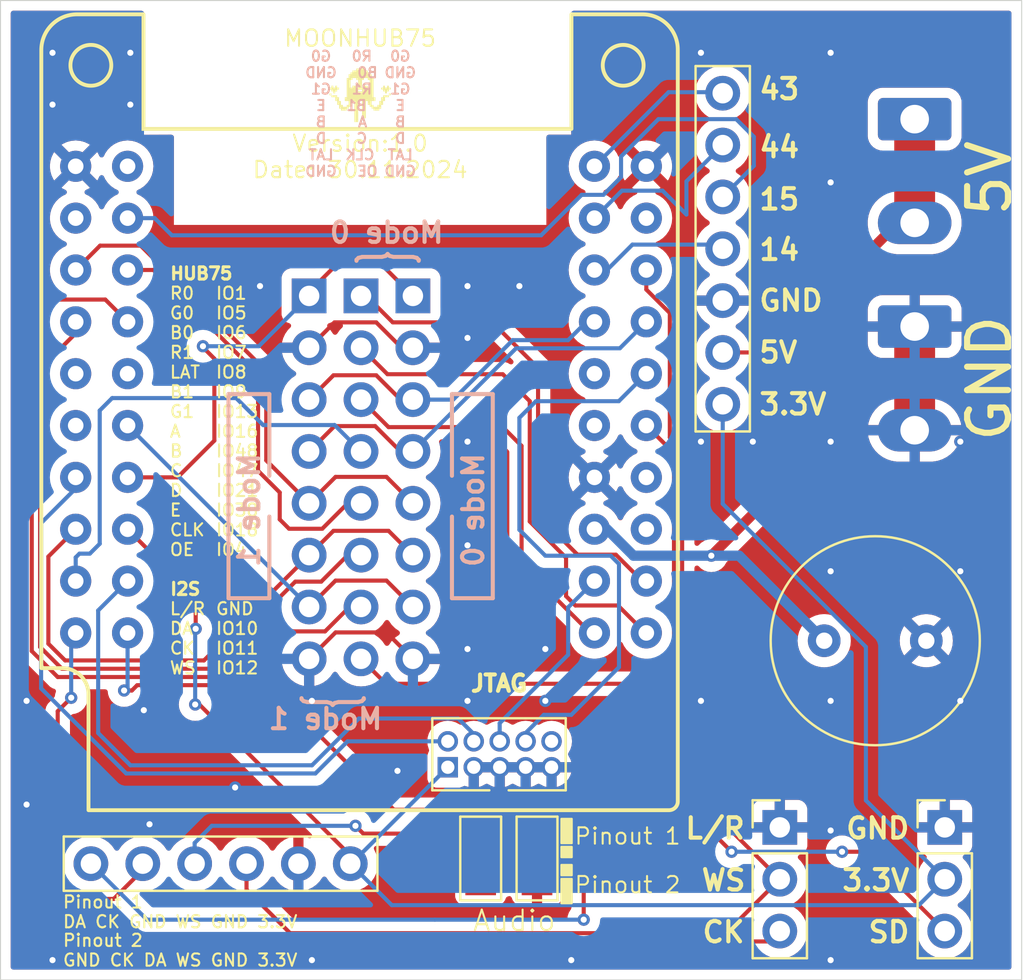
<source format=kicad_pcb>
(kicad_pcb (version 20240108) (generator "pcbnew") (generator_version "8.0")
  (layers (0 "F.Cu" signal) (31 "B.Cu" signal) (34 "B.Paste" user) (35 "F.Paste" user) (36 "B.SilkS" user "B.Silkscreen") (37 "F.SilkS" user "F.Silkscreen") (38 "B.Mask" user) (39 "F.Mask" user) (44 "Edge.Cuts" user))
  (net 0 "")
  (net 1 "B")
  (net 2 "D")
  (net 3 "LATCH")
  (net 4 "G0")
  (net 5 "G1")
  (net 6 "E")
  (net 7 "+5V")
  (net 8 "R1")
  (net 9 "+3.3V")
  (net 10 "C")
  (net 12 "A")
  (net 13 "R0")
  (net 16 "B1")
  (net 17 "DA")
  (net 19 "CLK")
  (net 22 "CK")
  (net 25 "Net-(J6-Pin_1)")
  (net 26 "WS")
  (net 28 "OE")
  (net 29 "B0")
  (net 30 "TDI")
  (net 31 "TMS")
  (net 32 "TDO")
  (net 33 "TCK")
  (net 34 "GPIO43")
  (net 35 "GPIO44")
  (net 36 "GPIO15")
  (net 37 "GPIO14")
  (net 38 "GND")
  (net 39 "Net-(J6-Pin_3)")
  (net 41 "DA_2")
  (footprint "Connector_PinHeader_2.54mm:PinHeader_1x06_P2.54mm_Vertical" (layer "F.Cu") (at 122.3772 95.1484 90)
    (property "Reference" "J6" (hide yes))
    (property "Value" "Conn_01x06_Pin" (hide yes))
    (pad "1" thru_hole oval (at 0 0 90) (size 1.7 1.7) (drill 1) (layers "*.Cu" "*.Mask") (net 25 "Net-(J6-Pin_1)"))
    (pad "2" thru_hole oval (at 0 2.54 90) (size 1.7 1.7) (drill 1) (layers "*.Cu" "*.Mask") (net 22 "CK"))
    (pad "3" thru_hole oval (at 0 5.08 90) (size 1.7 1.7) (drill 1) (layers "*.Cu" "*.Mask") (net 39 "Net-(J6-Pin_3)"))
    (pad "4" thru_hole oval (at 0 7.62 90) (size 1.7 1.7) (drill 1) (layers "*.Cu" "*.Mask") (net 26 "WS"))
    (pad "5" thru_hole oval (at 0 10.16 90) (size 1.7 1.7) (drill 1) (layers "*.Cu" "*.Mask") (net 38 "GND"))
    (pad "6" thru_hole oval (at 0 12.7 90) (size 1.7 1.7) (drill 1) (layers "*.Cu" "*.Mask") (net 9 "+3.3V"))
  )
  (footprint "userlib_foot:Lillygo T7-S3" (layer "F.Cu") (at 124.173 60.9838)
    (property "Reference" "U1" (hide yes))
    (property "Value" "~")
    (pad "1" thru_hole circle (at 0 0) (size 1.524 1.524) (drill 0.762) (layers "*.Cu" "*.Mask"))
    (pad "2" thru_hole circle (at 0 2.54) (size 1.524 1.524) (drill 0.762) (layers "*.Cu" "*.Mask") (net 36 "GPIO15"))
    (pad "3" thru_hole circle (at 0 5.08) (size 1.524 1.524) (drill 0.762) (layers "*.Cu" "*.Mask") (net 12 "A"))
    (pad "4" thru_hole circle (at 0 7.62) (size 1.524 1.524) (drill 0.762) (layers "*.Cu" "*.Mask") (net 19 "CLK"))
    (pad "5" thru_hole circle (at 0 10.16) (size 1.524 1.524) (drill 0.762) (layers "*.Cu" "*.Mask") (net 41 "DA_2"))
    (pad "6" thru_hole circle (at 0 12.7) (size 1.524 1.524) (drill 0.762) (layers "*.Cu" "*.Mask") (net 3 "LATCH"))
    (pad "7" thru_hole circle (at 0 15.24) (size 1.524 1.524) (drill 0.762) (layers "*.Cu" "*.Mask") (net 4 "G0"))
    (pad "8" thru_hole circle (at 0 17.78) (size 1.524 1.524) (drill 0.762) (layers "*.Cu" "*.Mask") (net 9 "+3.3V"))
    (pad "9" thru_hole circle (at 0 20.32) (size 1.524 1.524) (drill 0.762) (layers "*.Cu" "*.Mask") (net 33 "TCK"))
    (pad "10" thru_hole circle (at 0 22.86) (size 1.524 1.524) (drill 0.762) (layers "*.Cu" "*.Mask") (net 17 "DA"))
    (pad "11" thru_hole circle (at -2.54 0) (size 1.524 1.524) (drill 0.762) (layers "*.Cu" "*.Mask") (net 38 "GND"))
    (pad "12" thru_hole circle (at -2.54 2.54) (size 1.524 1.524) (drill 0.762) (layers "*.Cu" "*.Mask"))
    (pad "13" thru_hole circle (at -2.54 5.08) (size 1.524 1.524) (drill 0.762) (layers "*.Cu" "*.Mask") (net 1 "B"))
    (pad "14" thru_hole circle (at -2.54 7.62) (size 1.524 1.524) (drill 0.762) (layers "*.Cu" "*.Mask") (net 10 "C"))
    (pad "15" thru_hole circle (at -2.54 10.16) (size 1.524 1.524) (drill 0.762) (layers "*.Cu" "*.Mask"))
    (pad "16" thru_hole circle (at -2.54 12.7) (size 1.524 1.524) (drill 0.762) (layers "*.Cu" "*.Mask"))
    (pad "17" thru_hole circle (at -2.54 15.24) (size 1.524 1.524) (drill 0.762) (layers "*.Cu" "*.Mask") (net 31 "TMS"))
    (pad "18" thru_hole circle (at -2.54 17.78) (size 1.524 1.524) (drill 0.762) (layers "*.Cu" "*.Mask") (net 2 "D"))
    (pad "19" thru_hole circle (at -2.54 20.32) (size 1.524 1.524) (drill 0.762) (layers "*.Cu" "*.Mask") (net 16 "B1"))
    (pad "20" thru_hole circle (at -2.54 22.86) (size 1.524 1.524) (drill 0.762) (layers "*.Cu" "*.Mask") (net 22 "CK"))
    (pad "21" thru_hole circle (at 22.86 0) (size 1.524 1.524) (drill 0.762) (layers "*.Cu" "*.Mask") (net 34 "GPIO43"))
    (pad "22" thru_hole circle (at 22.86 2.54) (size 1.524 1.524) (drill 0.762) (layers "*.Cu" "*.Mask") (net 35 "GPIO44"))
    (pad "23" thru_hole circle (at 22.86 5.08) (size 1.524 1.524) (drill 0.762) (layers "*.Cu" "*.Mask") (net 37 "GPIO14"))
    (pad "24" thru_hole circle (at 22.86 7.62) (size 1.524 1.524) (drill 0.762) (layers "*.Cu" "*.Mask") (net 5 "G1"))
    (pad "25" thru_hole circle (at 22.86 10.16) (size 1.524 1.524) (drill 0.762) (layers "*.Cu" "*.Mask"))
    (pad "26" thru_hole circle (at 22.86 12.7) (size 1.524 1.524) (drill 0.762) (layers "*.Cu" "*.Mask"))
    (pad "27" thru_hole circle (at 22.86 15.24) (size 1.524 1.524) (drill 0.762) (layers "*.Cu" "*.Mask") (net 38 "GND"))
    (pad "28" thru_hole circle (at 22.86 17.78) (size 1.524 1.524) (drill 0.762) (layers "*.Cu" "*.Mask") (net 7 "+5V"))
    (pad "29" thru_hole circle (at 22.86 20.32) (size 1.524 1.524) (drill 0.762) (layers "*.Cu" "*.Mask") (net 32 "TDO"))
    (pad "30" thru_hole circle (at 22.86 22.86) (size 1.524 1.524) (drill 0.762) (layers "*.Cu" "*.Mask") (net 8 "R1"))
    (pad "31" thru_hole circle (at 25.4 0) (size 1.524 1.524) (drill 0.762) (layers "*.Cu" "*.Mask") (net 38 "GND"))
    (pad "32" thru_hole circle (at 25.4 2.54) (size 1.524 1.524) (drill 0.762) (layers "*.Cu" "*.Mask"))
    (pad "33" thru_hole circle (at 25.4 5.08) (size 1.524 1.524) (drill 0.762) (layers "*.Cu" "*.Mask") (net 26 "WS"))
    (pad "34" thru_hole circle (at 25.4 7.62) (size 1.524 1.524) (drill 0.762) (layers "*.Cu" "*.Mask") (net 6 "E"))
    (pad "35" thru_hole circle (at 25.4 10.16) (size 1.524 1.524) (drill 0.762) (layers "*.Cu" "*.Mask") (net 30 "TDI"))
    (pad "36" thru_hole circle (at 25.4 12.7) (size 1.524 1.524) (drill 0.762) (layers "*.Cu" "*.Mask") (net 28 "OE"))
    (pad "37" thru_hole circle (at 25.4 15.24) (size 1.524 1.524) (drill 0.762) (layers "*.Cu" "*.Mask"))
    (pad "38" thru_hole circle (at 25.4 17.78) (size 1.524 1.524) (drill 0.762) (layers "*.Cu" "*.Mask"))
    (pad "39" thru_hole circle (at 25.4 20.32) (size 1.524 1.524) (drill 0.762) (layers "*.Cu" "*.Mask") (net 13 "R0"))
    (pad "40" thru_hole circle (at 25.4 22.86) (size 1.524 1.524) (drill 0.762) (layers "*.Cu" "*.Mask") (net 29 "B0"))
  )
  (footprint "Connector_PinHeader_2.54mm:PinHeader_1x07_P2.54mm_Vertical" (layer "F.Cu") (at 153.3144 72.644 180)
    (property "Reference" "J10" (hide yes))
    (property "Value" "Conn_01x07_Pin" (hide yes))
    (pad "1" thru_hole oval (at 0 0 180) (size 1.7 1.7) (drill 1) (layers "*.Cu" "*.Mask") (net 9 "+3.3V"))
    (pad "2" thru_hole oval (at 0 2.54 180) (size 1.7 1.7) (drill 1) (layers "*.Cu" "*.Mask") (net 7 "+5V"))
    (pad "3" thru_hole oval (at 0 5.08 180) (size 1.7 1.7) (drill 1) (layers "*.Cu" "*.Mask") (net 38 "GND"))
    (pad "4" thru_hole oval (at 0 7.62 180) (size 1.7 1.7) (drill 1) (layers "*.Cu" "*.Mask") (net 37 "GPIO14"))
    (pad "5" thru_hole oval (at 0 10.16 180) (size 1.7 1.7) (drill 1) (layers "*.Cu" "*.Mask") (net 36 "GPIO15"))
    (pad "6" thru_hole oval (at 0 12.7 180) (size 1.7 1.7) (drill 1) (layers "*.Cu" "*.Mask") (net 35 "GPIO44"))
    (pad "7" thru_hole oval (at 0 15.24 180) (size 1.7 1.7) (drill 1) (layers "*.Cu" "*.Mask") (net 34 "GPIO43"))
  )
  (footprint "Connector_PinHeader_2.54mm:PinHeader_1x08_P2.54mm_Vertical" (layer "F.Cu") (at 133.063 67.3338)
    (property "Reference" "J1" (hide yes))
    (property "Value" "Conn_01x08_Pin" (hide yes))
    (pad "1" thru_hole rect (at 0 0) (size 1.7 1.7) (drill 1) (layers "*.Cu" "*.Mask") (net 4 "G0"))
    (pad "2" thru_hole oval (at 0 2.54) (size 1.7 1.7) (drill 1) (layers "*.Cu" "*.Mask") (net 38 "GND"))
    (pad "3" thru_hole oval (at 0 5.08) (size 1.7 1.7) (drill 1) (layers "*.Cu" "*.Mask") (net 5 "G1"))
    (pad "4" thru_hole oval (at 0 7.62) (size 1.7 1.7) (drill 1) (layers "*.Cu" "*.Mask") (net 6 "E"))
    (pad "5" thru_hole oval (at 0 10.16) (size 1.7 1.7) (drill 1) (layers "*.Cu" "*.Mask") (net 1 "B"))
    (pad "6" thru_hole oval (at 0 12.7) (size 1.7 1.7) (drill 1) (layers "*.Cu" "*.Mask") (net 2 "D"))
    (pad "7" thru_hole oval (at 0 15.24) (size 1.7 1.7) (drill 1) (layers "*.Cu" "*.Mask") (net 3 "LATCH"))
    (pad "8" thru_hole oval (at 0 17.78) (size 1.7 1.7) (drill 1) (layers "*.Cu" "*.Mask") (net 38 "GND"))
  )
  (footprint "Connector_PinHeader_1.27mm:PinHeader_2x05_P1.27mm_Vertical" (layer "F.Cu") (at 139.8524 90.424 90)
    (property "Reference" "J11" (hide yes))
    (property "Value" "Conn_02x05_Odd_Even" (hide yes))
    (pad "1" thru_hole rect (at 0 0 90) (size 1 1) (drill 0.65) (layers "*.Cu" "*.Mask") (net 9 "+3.3V"))
    (pad "2" thru_hole oval (at 1.27 0 90) (size 1 1) (drill 0.65) (layers "*.Cu" "*.Mask") (net 31 "TMS"))
    (pad "3" thru_hole oval (at 0 1.27 90) (size 1 1) (drill 0.65) (layers "*.Cu" "*.Mask") (net 38 "GND"))
    (pad "4" thru_hole oval (at 1.27 1.27 90) (size 1 1) (drill 0.65) (layers "*.Cu" "*.Mask") (net 33 "TCK"))
    (pad "5" thru_hole oval (at 0 2.54 90) (size 1 1) (drill 0.65) (layers "*.Cu" "*.Mask") (net 38 "GND"))
    (pad "6" thru_hole oval (at 1.27 2.54 90) (size 1 1) (drill 0.65) (layers "*.Cu" "*.Mask") (net 32 "TDO"))
    (pad "7" thru_hole oval (at 0 3.81 90) (size 1 1) (drill 0.65) (layers "*.Cu" "*.Mask") (net 38 "GND"))
    (pad "8" thru_hole oval (at 1.27 3.81 90) (size 1 1) (drill 0.65) (layers "*.Cu" "*.Mask") (net 30 "TDI"))
    (pad "9" thru_hole oval (at 0 5.08 90) (size 1 1) (drill 0.65) (layers "*.Cu" "*.Mask") (net 38 "GND"))
    (pad "10" thru_hole oval (at 1.27 5.08 90) (size 1 1) (drill 0.65) (layers "*.Cu" "*.Mask"))
  )
  (footprint "Jumper:SolderJumper-3_P1.3mm_Open_Pad1.0x1.5mm" (layer "F.Cu") (at 141.4625 94.8944 90)
    (property "Reference" "JP2" (hide yes))
    (property "Value" "SolderJumper_3_Open" (hide yes))
    (pad "1" smd rect (at -1.3 0 90) (size 1 1.5) (layers "F.Cu" "F.Mask") (net 17 "DA"))
    (pad "2" smd rect (at 0 0 90) (size 1 1.5) (layers "F.Cu" "F.Mask") (net 39 "Net-(J6-Pin_3)"))
    (pad "3" smd rect (at 1.3 0 90) (size 1 1.5) (layers "F.Cu" "F.Mask") (net 38 "GND"))
  )
  (footprint "Connector_PinHeader_2.54mm:PinHeader_1x03_P2.54mm_Vertical" (layer "F.Cu") (at 164.1856 93.3704)
    (property "Reference" "J8" (hide yes))
    (property "Value" "Conn_01x03_Pin" (hide yes))
    (pad "1" thru_hole rect (at 0 0) (size 1.7 1.7) (drill 1) (layers "*.Cu" "*.Mask") (net 38 "GND"))
    (pad "2" thru_hole oval (at 0 2.54) (size 1.7 1.7) (drill 1) (layers "*.Cu" "*.Mask") (net 9 "+3.3V"))
    (pad "3" thru_hole oval (at 0 5.08) (size 1.7 1.7) (drill 1) (layers "*.Cu" "*.Mask") (net 17 "DA"))
  )
  (footprint "Jumper:SolderJumper-3_P1.3mm_Open_Pad1.0x1.5mm" (layer "F.Cu") (at 144.2212 94.8944 90)
    (property "Reference" "JP1" (hide yes))
    (property "Value" "SolderJumper_3_Open" (hide yes))
    (pad "1" smd rect (at -1.3 0 90) (size 1 1.5) (layers "F.Cu" "F.Mask") (net 38 "GND"))
    (pad "2" smd rect (at 0 0 90) (size 1 1.5) (layers "F.Cu" "F.Mask") (net 25 "Net-(J6-Pin_1)"))
    (pad "3" smd rect (at 1.3 0 90) (size 1 1.5) (layers "F.Cu" "F.Mask") (net 17 "DA"))
  )
  (footprint "Connector_PinHeader_2.54mm:PinHeader_1x08_P2.54mm_Vertical" (layer "F.Cu") (at 135.603 67.3338)
    (property "Reference" "J2" (hide yes))
    (property "Value" "Conn_01x08_Pin" (hide yes))
    (pad "1" thru_hole rect (at 0 0) (size 1.7 1.7) (drill 1) (layers "*.Cu" "*.Mask") (net 13 "R0"))
    (pad "2" thru_hole oval (at 0 2.54) (size 1.7 1.7) (drill 1) (layers "*.Cu" "*.Mask") (net 29 "B0"))
    (pad "3" thru_hole oval (at 0 5.08) (size 1.7 1.7) (drill 1) (layers "*.Cu" "*.Mask") (net 8 "R1"))
    (pad "4" thru_hole oval (at 0 7.62) (size 1.7 1.7) (drill 1) (layers "*.Cu" "*.Mask") (net 16 "B1"))
    (pad "5" thru_hole oval (at 0 10.16) (size 1.7 1.7) (drill 1) (layers "*.Cu" "*.Mask") (net 12 "A"))
    (pad "6" thru_hole oval (at 0 12.7) (size 1.7 1.7) (drill 1) (layers "*.Cu" "*.Mask") (net 10 "C"))
    (pad "7" thru_hole oval (at 0 15.24) (size 1.7 1.7) (drill 1) (layers "*.Cu" "*.Mask") (net 19 "CLK"))
    (pad "8" thru_hole oval (at 0 17.78) (size 1.7 1.7) (drill 1) (layers "*.Cu" "*.Mask") (net 28 "OE"))
  )
  (footprint "Connector_Phoenix_MSTB:PhoenixContact_MSTBVA_2,5_2-G-5,08_1x02_P5.08mm_Vertical" (layer "F.Cu") (at 162.7124 68.834 -90)
    (property "Reference" "J5" (hide yes))
    (property "Value" "Conn_01x02" (hide yes))
    (fp_text user "GND" (at 2.54 -3.6576 90) (layer "F.SilkS") (effects (font (size 2 2) (thickness 0.3))))
    (pad "1" thru_hole roundrect (at 0 0 270) (size 2.08 3.6) (drill 1.4) (layers "*.Cu" "*.Mask") (roundrect_rratio 0.120192) (net 38 "GND"))
    (pad "2" thru_hole oval (at 5.08 0 270) (size 2.08 3.6) (drill 1.4) (layers "*.Cu" "*.Mask") (net 38 "GND"))
  )
  (footprint "LOGO" (layer "F.Cu") (at 135.5598 57.5056)
    (property "Reference" "G***" (hide yes))
    (property "Value" "LOGO" (hide yes))
  )
  (footprint "Connector_Phoenix_MSTB:PhoenixContact_MSTBVA_2,5_2-G-5,08_1x02_P5.08mm_Vertical" (layer "F.Cu") (at 162.7124 58.674 -90)
    (property "Reference" "J4" (hide yes))
    (property "Value" "Conn_01x02" (hide yes))
    (fp_text user "5V" (at 2.8956 -3.6576 90) (layer "F.SilkS") (effects (font (size 2 2) (thickness 0.3))))
    (pad "1" thru_hole roundrect (at 0 0 270) (size 2.08 3.6) (drill 1.4) (layers "*.Cu" "*.Mask") (roundrect_rratio 0.120192) (net 7 "+5V"))
    (pad "2" thru_hole oval (at 5.08 0 270) (size 2.08 3.6) (drill 1.4) (layers "*.Cu" "*.Mask") (net 7 "+5V"))
  )
  (footprint "Connector_PinHeader_2.54mm:PinHeader_1x08_P2.54mm_Vertical" (layer "F.Cu") (at 138.143 67.3338)
    (property "Reference" "J3" (hide yes))
    (property "Value" "Conn_01x08_Pin" (hide yes))
    (pad "1" thru_hole rect (at 0 0) (size 1.7 1.7) (drill 1) (layers "*.Cu" "*.Mask") (net 4 "G0"))
    (pad "2" thru_hole oval (at 0 2.54) (size 1.7 1.7) (drill 1) (layers "*.Cu" "*.Mask") (net 38 "GND"))
    (pad "3" thru_hole oval (at 0 5.08) (size 1.7 1.7) (drill 1) (layers "*.Cu" "*.Mask") (net 5 "G1"))
    (pad "4" thru_hole oval (at 0 7.62) (size 1.7 1.7) (drill 1) (layers "*.Cu" "*.Mask") (net 6 "E"))
    (pad "5" thru_hole oval (at 0 10.16) (size 1.7 1.7) (drill 1) (layers "*.Cu" "*.Mask") (net 1 "B"))
    (pad "6" thru_hole oval (at 0 12.7) (size 1.7 1.7) (drill 1) (layers "*.Cu" "*.Mask") (net 2 "D"))
    (pad "7" thru_hole oval (at 0 15.24) (size 1.7 1.7) (drill 1) (layers "*.Cu" "*.Mask") (net 3 "LATCH"))
    (pad "8" thru_hole oval (at 0 17.78) (size 1.7 1.7) (drill 1) (layers "*.Cu" "*.Mask") (net 38 "GND"))
  )
  (footprint "Capacitor_THT:C_Radial_D10.0mm_H12.5mm_P5.00mm" (layer "F.Cu") (at 158.282 84.2264)
    (property "Reference" "C1" (hide yes))
    (property "Value" "C" (hide yes))
    (pad "1" thru_hole circle (at 0 0) (size 1.6 1.6) (drill 0.8) (layers "*.Cu" "*.Mask") (net 7 "+5V"))
    (pad "2" thru_hole circle (at 5 0) (size 1.6 1.6) (drill 0.8) (layers "*.Cu" "*.Mask") (net 38 "GND"))
  )
  (footprint "Connector_PinHeader_2.54mm:PinHeader_1x03_P2.54mm_Vertical" (layer "F.Cu") (at 156.1084 93.3704)
    (property "Reference" "J7" (hide yes))
    (property "Value" "Conn_01x03_Pin" (hide yes))
    (pad "1" thru_hole rect (at 0 0) (size 1.7 1.7) (drill 1) (layers "*.Cu" "*.Mask") (net 38 "GND"))
    (pad "2" thru_hole oval (at 0 2.54) (size 1.7 1.7) (drill 1) (layers "*.Cu" "*.Mask") (net 26 "WS"))
    (pad "3" thru_hole oval (at 0 5.08) (size 1.7 1.7) (drill 1) (layers "*.Cu" "*.Mask") (net 22 "CK"))
  )
  (gr_line (start 140.0556 72.1436) (end 142.0556 72.1436) (stroke (width 0.2)) (layer "B.SilkS"))
  (gr_line (start 131.1148 82.1436) (end 131.1148 78.1436) (stroke (width 0.2)) (layer "B.SilkS"))
  (gr_line (start 140.0556 82.1436) (end 140.0556 78.1436) (stroke (width 0.2)) (layer "B.SilkS"))
  (gr_line (start 129.1148 72.1436) (end 129.1148 82.1436) (stroke (width 0.2)) (layer "B.SilkS"))
  (gr_line (start 142.0556 72.1436) (end 142.0556 82.1436) (stroke (width 0.2)) (layer "B.SilkS"))
  (gr_line (start 131.1148 72.1436) (end 129.1148 72.1436) (stroke (width 0.2)) (layer "B.SilkS"))
  (gr_line (start 140.0556 76.1436) (end 140.0556 72.1436) (stroke (width 0.2)) (layer "B.SilkS"))
  (gr_line (start 142.0556 82.1436) (end 140.0556 82.1436) (stroke (width 0.2)) (layer "B.SilkS"))
  (gr_line (start 131.1148 76.1436) (end 131.1148 72.1436) (stroke (width 0.2)) (layer "B.SilkS"))
  (gr_line (start 129.1148 82.1436) (end 131.1148 82.1436) (stroke (width 0.2)) (layer "B.SilkS"))
  (gr_rect (start 145.415 92.9513) (end 145.923 94.1451) (stroke (width 0.1)) (fill solid) (layer "F.SilkS"))
  (gr_rect (start 145.415 95.8944) (end 145.923 97.0882) (stroke (width 0.1)) (fill solid) (layer "F.SilkS"))
  (gr_rect (start 145.415 94.3229) (end 145.923 94.8309) (stroke (width 0.1)) (fill solid) (layer "F.SilkS"))
  (gr_rect (start 145.415 95.2086) (end 145.923 95.7166) (stroke (width 0.1)) (fill solid) (layer "F.SilkS"))
  (gr_rect (start 117.9512 52.8624) (end 167.9512 100.838) (stroke (width 0.05)) (fill none) (layer "Edge.Cuts"))
  (gr_text "Mode 0" (at 141.6812 74.93 90) (layer "B.SilkS") (effects (font (size 1 1) (thickness 0.2) (bold yes)) (justify left bottom mirror)))
  (gr_text "}" (at 133.1976 86.7664 270) (layer "B.SilkS") (effects (font (size 2 1) (thickness 0.2) (bold yes)) (justify left bottom)))
  (gr_text "Mode 1" (at 136.7536 88.646 0) (layer "B.SilkS") (effects (font (size 1 1) (thickness 0.2) (bold yes)) (justify left bottom mirror)))
  (gr_text "Mode 0\n" (at 139.7508 64.8208 0) (layer "B.SilkS") (effects (font (size 1 1) (thickness 0.2) (bold yes)) (justify left bottom mirror)))
  (gr_text "Mode 1" (at 130.7084 74.93 90) (layer "B.SilkS") (effects (font (size 1 1) (thickness 0.2) (bold yes)) (justify left bottom mirror)))
  (gr_text "}" (at 137.922 65.8876 90) (layer "B.SilkS") (effects (font (size 2 1) (thickness 0.2) (bold yes)) (justify left bottom)))
  (gr_text "G0	R0	G0\nGND	B0	GND\nG1	R1	G1\nE	B1	E\nB	A	B\nD	C	D\nLAT	CLK	LAT\nGND	OE	GND" (at 135.5852 61.5188 0) (layer "B.SilkS") (effects (font (size 0.5 0.5) (thickness 0.1)) (justify bottom mirror)))
  (gr_text "Pinout 2\nGND CK DA WS GND 3.3V" (at 120.9548 99.3902 0) (layer "F.SilkS") (effects (font (size 0.6 0.6) (thickness 0.1)) (justify left)))
  (gr_text "15" (at 155 62.602905 0) (layer "F.SilkS") (effects (font (size 1 1) (thickness 0.2) (bold yes)) (justify left)))
  (gr_text "3.3V" (at 155 72.644 0) (layer "F.SilkS") (effects (font (size 1 1) (thickness 0.2) (bold yes)) (justify left)))
  (gr_text "JTAG" (at 142.367 85.852 0) (layer "F.SilkS") (effects (font (size 0.8 0.8) (thickness 0.2) (bold yes)) (justify top)))
  (gr_text "Audio\n" (at 141.0208 98.5266 0) (layer "F.SilkS") (effects (font (size 1 1) (thickness 0.1)) (justify left bottom)))
  (gr_text "WS" (at 154.5336 95.9612 0) (layer "F.SilkS") (effects (font (size 1 1) (thickness 0.2) (bold yes)) (justify right)))
  (gr_text "SD" (at 162.56 98.5012 0) (layer "F.SilkS") (effects (font (size 1 1) (thickness 0.2) (bold yes)) (justify right)))
  (gr_text "14" (at 155 65.0748 0) (layer "F.SilkS") (effects (font (size 1 1) (thickness 0.2) (bold yes)) (justify left)))
  (gr_text "Pinout 2" (at 145.9992 96.1865 0) (layer "F.SilkS") (effects (font (size 0.8 0.8) (thickness 0.1)) (justify left)))
  (gr_text "Pinout 1" (at 145.9992 93.8022 0) (layer "F.SilkS") (effects (font (size 0.8 0.8) (thickness 0.1)) (justify left)))
  (gr_text "5V" (at 155 70.104 0) (layer "F.SilkS") (effects (font (size 1 1) (thickness 0.2) (bold yes)) (justify left)))
  (gr_text "3.3V" (at 162.56 95.9612 0) (layer "F.SilkS") (effects (font (size 1 1) (thickness 0.2) (bold yes)) (justify right)))
  (gr_text "HUB75\n\n\n\n\n\n\n\n\n\n\n\n\n\n\n\nI2S\n\n\n\n" (at 126.1872 65.8876 0) (layer "F.SilkS") (effects (font (size 0.6 0.6) (thickness 0.15) (bold yes)) (justify left top)))
  (gr_text "43" (at 155 57.2008 0) (layer "F.SilkS") (effects (font (size 1 1) (thickness 0.2) (bold yes)) (justify left)))
  (gr_text "\nR0	IO1\nG0	IO5\nB0	IO6\nR1	IO7\nLAT	IO8\nB1	IO9\nG1	IO13\nA	IO16\nB	IO48\nC	IO47\nD	IO21\nE	IO38\nCLK	IO18\nOE	IO4\n\n\nL/R	GND\nDA	IO10\nCK	IO11\nWS	IO12" (at 126.1872 65.8876 0) (layer "F.SilkS") (effects (font (size 0.6 0.6) (thickness 0.1)) (justify left top)))
  (gr_text "CK" (at 154.4828 98.5012 0) (layer "F.SilkS") (effects (font (size 1 1) (thickness 0.2) (bold yes)) (justify right)))
  (gr_text "L/R" (at 154.5 93.4212 0) (layer "F.SilkS") (effects (font (size 1 1) (thickness 0.2) (bold yes)) (justify right)))
  (gr_text "44" (at 155 60.0456 0) (layer "F.SilkS") (effects (font (size 1 1) (thickness 0.2) (bold yes)) (justify left)))
  (gr_text "Pinout 1\nDA CK GND WS GND 3.3V" (at 120.9548 97.5106 0) (layer "F.SilkS") (effects (font (size 0.6 0.6) (thickness 0.1)) (justify left)))
  (gr_text "GND" (at 162.56 93.4212 0) (layer "F.SilkS") (effects (font (size 1 1) (thickness 0.2) (bold yes)) (justify right)))
  (gr_text "GND" (at 155 67.564 0) (layer "F.SilkS") (effects (font (size 1 1) (thickness 0.2) (bold yes)) (justify left)))
  (gr_text_box "MOONHUB75\n\n\n\nVersion:1.0\nDate: 30.11.2024" (start 126.492 53.6448) (end 144.6276 63.8048) (layer "F.SilkS") (effects (font (size 0.8 0.8) (thickness 0.1)) (justify top)) (border no))
  (segment (start 134.3568 76.2) (end 136.8492 76.2) (width 0.2) (layer "F.Cu") (net 1))
  (segment (start 136.8492 76.2) (end 138.143 77.4938) (width 0.2) (layer "F.Cu") (net 1))
  (segment (start 130.9624 75.3932) (end 133.063 77.4938) (width 0.2) (layer "F.Cu") (net 1))
  (segment (start 121.633 66.0638) (end 122.8252 64.8716) (width 0.2) (layer "F.Cu") (net 1))
  (segment (start 133.063 77.4938) (end 134.3568 76.2) (width 0.2) (layer "F.Cu") (net 1))
  (segment (start 124.8156 64.8716) (end 130.9624 71.0184) (width 0.2) (layer "F.Cu") (net 1))
  (segment (start 122.8252 64.8716) (end 124.8156 64.8716) (width 0.2) (layer "F.Cu") (net 1))
  (segment (start 130.9624 71.0184) (end 130.9624 75.3932) (width 0.2) (layer "F.Cu") (net 1))
  (segment (start 128.2192 84.8868) (end 128.2192 84.8776) (width 0.2) (layer "F.Cu") (net 2))
  (segment (start 136.9508 78.8416) (end 138.143 80.0338) (width 0.2) (layer "F.Cu") (net 2))
  (segment (start 121.114086 85.1916) (end 127.9144 85.1916) (width 0.2) (layer "F.Cu") (net 2))
  (segment (start 120.2944 84.371914) (end 121.114086 85.1916) (width 0.2) (layer "F.Cu") (net 2))
  (segment (start 121.633 78.7638) (end 120.2944 80.1024) (width 0.2) (layer "F.Cu") (net 2))
  (segment (start 133.063 80.0338) (end 134.2552 78.8416) (width 0.2) (layer "F.Cu") (net 2))
  (segment (start 134.2552 78.8416) (end 136.9508 78.8416) (width 0.2) (layer "F.Cu") (net 2))
  (segment (start 127.9144 85.1916) (end 128.2192 84.8868) (width 0.2) (layer "F.Cu") (net 2))
  (segment (start 120.2944 80.1024) (end 120.2944 84.371914) (width 0.2) (layer "F.Cu") (net 2))
  (segment (start 128.2192 84.8776) (end 133.063 80.0338) (width 0.2) (layer "F.Cu") (net 2))
  (segment (start 134.3568 81.28) (end 136.8492 81.28) (width 0.2) (layer "F.Cu") (net 3))
  (segment (start 133.063 82.5738) (end 134.3568 81.28) (width 0.2) (layer "F.Cu") (net 3))
  (segment (start 136.8492 81.28) (end 138.143 82.5738) (width 0.2) (layer "F.Cu") (net 3))
  (segment (start 124.173 73.6838) (end 133.063 82.5738) (width 0.2) (layer "B.Cu") (net 3))
  (segment (start 133.063 67.3338) (end 133.063 67.1398) (width 0.2) (layer "F.Cu") (net 4))
  (segment (start 128.4224 70.4088) (end 127.8128 69.7992) (width 0.2) (layer "F.Cu") (net 4))
  (segment (start 136.646 65.8368) (end 138.143 67.3338) (width 0.2) (layer "F.Cu") (net 4))
  (segment (start 133.063 67.1398) (end 134.366 65.8368) (width 0.2) (layer "F.Cu") (net 4))
  (segment (start 128.4224 74.422) (end 128.4224 70.4088) (width 0.2) (layer "F.Cu") (net 4))
  (segment (start 124.173 76.2238) (end 126.6206 76.2238) (width 0.2) (layer "F.Cu") (net 4))
  (segment (start 126.6206 76.2238) (end 128.4224 74.422) (width 0.2) (layer "F.Cu") (net 4))
  (segment (start 134.366 65.8368) (end 136.646 65.8368) (width 0.2) (layer "F.Cu") (net 4))
  (via (at 127.8636 69.7992) (size 0.6) (drill 0.3) (layers "F.Cu" "B.Cu") (net 4))
  (segment (start 127.8636 69.7992) (end 130.5976 69.7992) (width 0.2) (layer "B.Cu") (net 4))
  (segment (start 130.5976 69.7992) (end 133.063 67.3338) (width 0.2) (layer "B.Cu") (net 4))
  (segment (start 124.173 76.2238) (end 123.725 76.2238) (width 0.2) (layer "B.Cu") (net 4))
  (segment (start 127.8128 69.7992) (end 127.8636 69.7992) (width 0.2) (layer "B.Cu") (net 4))
  (segment (start 137.5394 72.4138) (end 136.3472 71.2216) (width 0.2) (layer "F.Cu") (net 5))
  (segment (start 134.2552 71.2216) (end 133.063 72.4138) (width 0.2) (layer "F.Cu") (net 5))
  (segment (start 136.3472 71.2216) (end 134.2552 71.2216) (width 0.2) (layer "F.Cu") (net 5))
  (segment (start 138.143 72.4138) (end 137.5394 72.4138) (width 0.2) (layer "F.Cu") (net 5))
  (segment (start 146.6422 68.6038) (end 145.7452 69.5008) (width 0.2) (layer "B.Cu") (net 5))
  (segment (start 147.033 68.6038) (end 147.7026 68.6038) (width 0.2) (layer "B.Cu") (net 5))
  (segment (start 147.033 68.6038) (end 146.6422 68.6038) (width 0.2) (layer "B.Cu") (net 5))
  (segment (start 140.117314 72.4138) (end 138.143 72.4138) (width 0.2) (layer "B.Cu") (net 5))
  (segment (start 145.7452 69.5008) (end 143.030314 69.5008) (width 0.2) (layer "B.Cu") (net 5))
  (segment (start 143.030314 69.5008) (end 140.117314 72.4138) (width 0.2) (layer "B.Cu") (net 5))
  (segment (start 134.306 73.7108) (end 136.2964 73.7108) (width 0.2) (layer "F.Cu") (net 6))
  (segment (start 133.063 74.9538) (end 134.306 73.7108) (width 0.2) (layer "F.Cu") (net 6))
  (segment (start 136.2964 73.7108) (end 137.5394 74.9538) (width 0.2) (layer "F.Cu") (net 6))
  (segment (start 137.5394 74.9538) (end 138.143 74.9538) (width 0.2) (layer "F.Cu") (net 6))
  (segment (start 143.196 69.9008) (end 138.143 74.9538) (width 0.2) (layer "B.Cu") (net 6))
  (segment (start 149.573 68.6038) (end 148.276 69.9008) (width 0.2) (layer "B.Cu") (net 6))
  (segment (start 148.276 69.9008) (end 143.196 69.9008) (width 0.2) (layer "B.Cu") (net 6))
  (segment (start 155.5496 70.104) (end 155.6004 70.0532) (width 0.2) (layer "F.Cu") (net 7))
  (segment (start 162.7124 58.674) (end 162.7124 63.754) (width 2) (layer "F.Cu") (net 7))
  (segment (start 162.7124 63.754) (end 161.8996 63.754) (width 0.5) (layer "F.Cu") (net 7))
  (segment (start 161.8996 63.754) (end 155.6004 70.0532) (width 0.5) (layer "F.Cu") (net 7))
  (segment (start 153.3144 70.104) (end 155.5496 70.104) (width 0.2) (layer "F.Cu") (net 7))
  (segment (start 155.6004 70.0532) (end 155.6004 77.216) (width 0.5) (layer "F.Cu") (net 7))
  (segment (start 155.6004 77.216) (end 152.7556 80.0608) (width 0.5) (layer "F.Cu") (net 7))
  (via (at 152.7556 80.0608) (size 0.6) (drill 0.3) (layers "F.Cu" "B.Cu") (net 7))
  (segment (start 154.1164 80.0608) (end 158.282 84.2264) (width 0.5) (layer "B.Cu") (net 7))
  (segment (start 152.7556 80.0608) (end 148.9456 80.0608) (width 0.5) (layer "B.Cu") (net 7))
  (segment (start 152.7556 80.0608) (end 154.1164 80.0608) (width 0.5) (layer "B.Cu") (net 7))
  (segment (start 148.9456 80.0608) (end 147.6486 78.7638) (width 0.5) (layer "B.Cu") (net 7))
  (segment (start 147.6486 78.7638) (end 147.033 78.7638) (width 0.2) (layer "B.Cu") (net 7))
  (segment (start 143.4656 80.4736) (end 143.4656 74.6824) (width 0.2) (layer "F.Cu") (net 8))
  (segment (start 147.033 83.8438) (end 146.8358 83.8438) (width 0.2) (layer "F.Cu") (net 8))
  (segment (start 136.9508 73.7616) (end 135.603 72.4138) (width 0.2) (layer "F.Cu") (net 8))
  (segment (start 142.5448 73.7616) (end 136.9508 73.7616) (width 0.2) (layer "F.Cu") (net 8))
  (segment (start 146.8358 83.8438) (end 143.4656 80.4736) (width 0.2) (layer "F.Cu") (net 8))
  (segment (start 143.4656 74.6824) (end 142.5448 73.7616) (width 0.2) (layer "F.Cu") (net 8))
  (segment (start 127.508 83.6422) (end 127.508 82.0988) (width 0.2) (layer "F.Cu") (net 9))
  (segment (start 127.508 82.0988) (end 124.173 78.7638) (width 0.2) (layer "F.Cu") (net 9))
  (segment (start 135.0772 94.742) (end 135.0772 95.1484) (width 0.2) (layer "F.Cu") (net 9))
  (segment (start 127.4826 87.3506) (end 127.6858 87.3506) (width 0.2) (layer "F.Cu") (net 9))
  (segment (start 127.6858 87.3506) (end 135.0772 94.742) (width 0.2) (layer "F.Cu") (net 9))
  (via (at 127.508 83.6422) (size 0.6) (drill 0.3) (layers "F.Cu" "B.Cu") (net 9))
  (via (at 127.4826 87.3506) (size 0.6) (drill 0.3) (layers "F.Cu" "B.Cu") (net 9))
  (segment (start 135.0772 95.1484) (end 135.128 95.1484) (width 0.2) (layer "B.Cu") (net 9))
  (segment (start 135.128 95.1484) (end 139.8524 90.424) (width 0.2) (layer "B.Cu") (net 9))
  (segment (start 153.3144 72.644) (end 153.3144 77.5208) (width 0.2) (layer "B.Cu") (net 9))
  (segment (start 135.0772 95.1484) (end 137.1092 97.1804) (width 0.2) (layer "B.Cu") (net 9))
  (segment (start 127.508 83.6422) (end 127.4826 83.6676) (width 0.2) (layer "B.Cu") (net 9))
  (segment (start 137.1092 97.1804) (end 162.9156 97.1804) (width 0.2) (layer "B.Cu") (net 9))
  (segment (start 127.4826 83.6676) (end 127.4826 87.3506) (width 0.2) (layer "B.Cu") (net 9))
  (segment (start 160.3248 92.0496) (end 164.1856 95.9104) (width 0.2) (layer "B.Cu") (net 9))
  (segment (start 162.9156 97.1804) (end 164.1856 95.9104) (width 0.2) (layer "B.Cu") (net 9))
  (segment (start 160.3248 84.5312) (end 160.3248 92.0496) (width 0.2) (layer "B.Cu") (net 9))
  (segment (start 153.3144 77.5208) (end 160.3248 84.5312) (width 0.2) (layer "B.Cu") (net 9))
  (segment (start 119.888 70.9168) (end 119.888 84.5312) (width 0.2) (layer "F.Cu") (net 10))
  (segment (start 121.633 69.1654) (end 120.6944 70.104) (width 0.2) (layer "F.Cu") (net 10))
  (segment (start 128.1176 85.598) (end 132.3848 81.3308) (width 0.2) (layer "F.Cu") (net 10))
  (segment (start 119.888 84.5312) (end 120.9548 85.598) (width 0.2) (layer "F.Cu") (net 10))
  (segment (start 133.6548 81.3308) (end 134.9518 80.0338) (width 0.2) (layer "F.Cu") (net 10))
  (segment (start 121.633 68.6038) (end 121.633 69.1654) (width 0.2) (layer "F.Cu") (net 10))
  (segment (start 132.3848 81.3308) (end 133.6548 81.3308) (width 0.2) (layer "F.Cu") (net 10))
  (segment (start 134.9518 80.0338) (end 135.603 80.0338) (width 0.2) (layer "F.Cu") (net 10))
  (segment (start 120.9548 85.598) (end 128.1176 85.598) (width 0.2) (layer "F.Cu") (net 10))
  (segment (start 120.6944 70.104) (end 120.6944 70.1104) (width 0.2) (layer "F.Cu") (net 10))
  (segment (start 120.6944 70.1104) (end 119.888 70.9168) (width 0.2) (layer "F.Cu") (net 10))
  (segment (start 134.9518 77.4938) (end 135.603 77.4938) (width 0.2) (layer "F.Cu") (net 12))
  (segment (start 131.6228 76.962) (end 131.6228 78.2828) (width 0.2) (layer "F.Cu") (net 12))
  (segment (start 130.5624 75.9016) (end 131.6228 76.962) (width 0.2) (layer "F.Cu") (net 12))
  (segment (start 124.173 66.0638) (end 125.442114 66.0638) (width 0.2) (layer "F.Cu") (net 12))
  (segment (start 131.6228 78.2828) (end 132.08 78.74) (width 0.2) (layer "F.Cu") (net 12))
  (segment (start 132.08 78.74) (end 133.7056 78.74) (width 0.2) (layer "F.Cu") (net 12))
  (segment (start 130.5624 71.184086) (end 130.5624 75.9016) (width 0.2) (layer "F.Cu") (net 12))
  (segment (start 125.442114 66.0638) (end 130.5624 71.184086) (width 0.2) (layer "F.Cu") (net 12))
  (segment (start 133.7056 78.74) (end 134.9518 77.4938) (width 0.2) (layer "F.Cu") (net 12))
  (segment (start 149.573 81.3038) (end 149.3758 81.3038) (width 0.2) (layer "F.Cu") (net 13))
  (segment (start 135.863 67.3338) (end 135.603 67.3338) (width 0.2) (layer "F.Cu") (net 13))
  (segment (start 144.272 78.0796) (end 144.272 70.866) (width 0.2) (layer "F.Cu") (net 13))
  (segment (start 148.082 80.01) (end 146.2024 80.01) (width 0.2) (layer "F.Cu") (net 13))
  (segment (start 146.2024 80.01) (end 144.272 78.0796) (width 0.2) (layer "F.Cu") (net 13))
  (segment (start 142.0368 68.6308) (end 137.16 68.6308) (width 0.2) (layer "F.Cu") (net 13))
  (segment (start 144.272 70.866) (end 142.0368 68.6308) (width 0.2) (layer "F.Cu") (net 13))
  (segment (start 149.3758 81.3038) (end 148.082 80.01) (width 0.2) (layer "F.Cu") (net 13))
  (segment (start 137.16 68.6308) (end 135.863 67.3338) (width 0.2) (layer "F.Cu") (net 13))
  (segment (start 121.8184 79.9592) (end 122.3264 79.9592) (width 0.2) (layer "B.Cu") (net 16))
  (segment (start 121.633 81.3038) (end 121.633 80.1446) (width 0.2) (layer "B.Cu") (net 16))
  (segment (start 130.81 73.66) (end 134.3092 73.66) (width 0.2) (layer "B.Cu") (net 16))
  (segment (start 134.3092 73.66) (end 135.603 74.9538) (width 0.2) (layer "B.Cu") (net 16))
  (segment (start 129.4892 72.3392) (end 130.81 73.66) (width 0.2) (layer "B.Cu") (net 16))
  (segment (start 122.3264 79.9592) (end 122.809 79.4766) (width 0.2) (layer "B.Cu") (net 16))
  (segment (start 121.633 80.1446) (end 121.8184 79.9592) (width 0.2) (layer "B.Cu") (net 16))
  (segment (start 122.809 79.4766) (end 122.809 72.9488) (width 0.2) (layer "B.Cu") (net 16))
  (segment (start 122.809 72.9488) (end 123.4186 72.3392) (width 0.2) (layer "B.Cu") (net 16))
  (segment (start 123.4186 72.3392) (end 129.4892 72.3392) (width 0.2) (layer "B.Cu") (net 16))
  (segment (start 123.952 86.7156) (end 124.0028 86.6648) (width 0.2) (layer "F.Cu") (net 17))
  (segment (start 124.3838 86.6648) (end 124.6442 86.4044) (width 0.2) (layer "F.Cu") (net 17))
  (segment (start 144.2004 93.5736) (end 144.2212 93.5944) (width 0.2) (layer "F.Cu") (net 17))
  (segment (start 152.7764 93.5944) (end 144.2212 93.5944) (width 0.2) (layer "F.Cu") (net 17))
  (segment (start 143.383 93.5736) (end 144.2004 93.5736) (width 0.2) (layer "F.Cu") (net 17))
  (segment (start 124.6442 86.4044) (end 131.1084 86.4044) (width 0.2) (layer "F.Cu") (net 17))
  (segment (start 160.2994 94.5642) (end 164.1856 98.4504) (width 0.2) (layer "F.Cu") (net 17))
  (segment (start 142.5656 96.1944) (end 142.875 95.885) (width 0.2) (layer "F.Cu") (net 17))
  (segment (start 143.1336 92.5068) (end 144.2212 93.5944) (width 0.2) (layer "F.Cu") (net 17))
  (segment (start 124.0028 86.6648) (end 124.3838 86.6648) (width 0.2) (layer "F.Cu") (net 17))
  (segment (start 142.875 94.0816) (end 143.383 93.5736) (width 0.2) (layer "F.Cu") (net 17))
  (segment (start 141.3309 96.0628) (end 141.4625 96.1944) (width 0.2) (layer "F.Cu") (net 17))
  (segment (start 153.7462 94.5642) (end 152.7764 93.5944) (width 0.2) (layer "F.Cu") (net 17))
  (segment (start 159.1564 94.5642) (end 160.2994 94.5642) (width 0.2) (layer "F.Cu") (net 17))
  (segment (start 141.4625 96.1944) (end 142.5656 96.1944) (width 0.2) (layer "F.Cu") (net 17))
  (segment (start 142.875 95.885) (end 142.875 94.0816) (width 0.2) (layer "F.Cu") (net 17))
  (segment (start 137.2108 92.5068) (end 143.1336 92.5068) (width 0.2) (layer "F.Cu") (net 17))
  (segment (start 131.1084 86.4044) (end 137.2108 92.5068) (width 0.2) (layer "F.Cu") (net 17))
  (via (at 159.1564 94.5642) (size 0.6) (drill 0.3) (layers "F.Cu" "B.Cu") (net 17))
  (via (at 124.0028 86.6648) (size 0.6) (drill 0.3) (layers "F.Cu" "B.Cu") (net 17))
  (via (at 153.7462 94.5642) (size 0.6) (drill 0.3) (layers "F.Cu" "B.Cu") (net 17))
  (segment (start 153.7462 94.5642) (end 159.1564 94.5642) (width 0.2) (layer "B.Cu") (net 17))
  (segment (start 124.173 86.4946) (end 124.0028 86.6648) (width 0.2) (layer "B.Cu") (net 17))
  (segment (start 124.0028 84.014) (end 124.173 83.8438) (width 0.2) (layer "B.Cu") (net 17))
  (segment (start 124.173 83.8438) (end 124.173 86.4946) (width 0.2) (layer "B.Cu") (net 17))
  (segment (start 119.4816 68.4276) (end 120.396 67.5132) (width 0.2) (layer "F.Cu") (net 19))
  (segment (start 135.037314 82.5738) (end 133.841914 83.7692) (width 0.2) (layer "F.Cu") (net 19))
  (segment (start 123.0824 67.5132) (end 124.173 68.6038) (width 0.2) (layer "F.Cu") (net 19))
  (segment (start 120.396 67.5132) (end 123.0824 67.5132) (width 0.2) (layer "F.Cu") (net 19))
  (segment (start 130.048 86.0044) (end 120.7516 86.0044) (width 0.2) (layer "F.Cu") (net 19))
  (segment (start 120.7516 86.0044) (end 119.4816 84.7344) (width 0.2) (layer "F.Cu") (net 19))
  (segment (start 119.4816 84.7344) (end 119.4816 68.4276) (width 0.2) (layer "F.Cu") (net 19))
  (segment (start 132.2832 83.7692) (end 130.048 86.0044) (width 0.2) (layer "F.Cu") (net 19))
  (segment (start 135.603 82.5738) (end 135.037314 82.5738) (width 0.2) (layer "F.Cu") (net 19))
  (segment (start 133.841914 83.7692) (end 132.2832 83.7692) (width 0.2) (layer "F.Cu") (net 19))
  (segment (start 120.8024 96.8756) (end 120.7516 96.8248) (width 0.2) (layer "F.Cu") (net 22))
  (segment (start 155.6004 98.9584) (end 122.8852 98.9584) (width 0.2) (layer "F.Cu") (net 22))
  (segment (start 124.9172 95.4532) (end 123.4948 96.8756) (width 0.2) (layer "F.Cu") (net 22))
  (segment (start 122.8852 98.9584) (end 120.8024 96.8756) (width 0.2) (layer "F.Cu") (net 22))
  (segment (start 156.1084 98.4504) (end 155.6004 98.9584) (width 0.2) (layer "F.Cu") (net 22))
  (segment (start 123.4948 96.8756) (end 120.8024 96.8756) (width 0.2) (layer "F.Cu") (net 22))
  (segment (start 120.7516 87.6808) (end 121.412 87.0204) (width 0.2) (layer "F.Cu") (net 22))
  (segment (start 120.7516 96.8248) (end 120.7516 87.6808) (width 0.2) (layer "F.Cu") (net 22))
  (segment (start 124.9172 95.1484) (end 124.9172 95.4532) (width 0.2) (layer "F.Cu") (net 22))
  (via (at 121.412 87.0204) (size 0.6) (drill 0.3) (layers "F.Cu" "B.Cu") (net 22))
  (segment (start 121.412 84.0648) (end 121.633 83.8438) (width 0.2) (layer "B.Cu") (net 22))
  (segment (start 121.412 87.0204) (end 121.412 84.0648) (width 0.2) (layer "B.Cu") (net 22))
  (segment (start 145.796 94.8944) (end 144.2212 94.8944) (width 0.2) (layer "F.Cu") (net 25))
  (segment (start 146.5072 97.8916) (end 146.5072 95.6056) (width 0.2) (layer "F.Cu") (net 25))
  (segment (start 122.3772 95.1484) (end 122.5296 95.1484) (width 0.2) (layer "F.Cu") (net 25))
  (segment (start 146.5072 95.6056) (end 145.796 94.8944) (width 0.2) (layer "F.Cu") (net 25))
  (via (at 146.5072 97.8916) (size 0.6) (drill 0.3) (layers "F.Cu" "B.Cu") (net 25))
  (segment (start 139.2174 97.8916) (end 146.5072 97.8916) (width 0.2) (layer "B.Cu") (net 25))
  (segment (start 125.1204 97.8916) (end 139.2174 97.8916) (width 0.2) (layer "B.Cu") (net 25))
  (segment (start 122.3772 95.1484) (end 125.1204 97.8916) (width 0.2) (layer "B.Cu") (net 25))
  (segment (start 149.573 66.0638) (end 149.573 67.023) (width 0.2) (layer "F.Cu") (net 26))
  (segment (start 153.4668 98.552) (end 156.1084 95.9104) (width 0.2) (layer "F.Cu") (net 26))
  (segment (start 132.1308 98.552) (end 153.4668 98.552) (width 0.2) (layer "F.Cu") (net 26))
  (segment (start 151.3268 74.871914) (end 151.3268 91.1288) (width 0.2) (layer "F.Cu") (net 26))
  (segment (start 150.7236 74.268714) (end 151.3268 74.871914) (width 0.2) (layer "F.Cu") (net 26))
  (segment (start 150.7236 68.1736) (end 150.7236 74.268714) (width 0.2) (layer "F.Cu") (net 26))
  (segment (start 129.9972 96.4184) (end 132.1308 98.552) (width 0.2) (layer "F.Cu") (net 26))
  (segment (start 149.573 67.023) (end 150.7236 68.1736) (width 0.2) (layer "F.Cu") (net 26))
  (segment (start 151.3268 91.1288) (end 156.1084 95.9104) (width 0.2) (layer "F.Cu") (net 26))
  (segment (start 129.9972 95.1484) (end 129.9972 96.4184) (width 0.2) (layer "F.Cu") (net 26))
  (segment (start 150.9268 84.9376) (end 150.9268 75.0376) (width 0.2) (layer "F.Cu") (net 28))
  (segment (start 149.5298 86.3346) (end 150.9268 84.9376) (width 0.2) (layer "F.Cu") (net 28))
  (segment (start 150.9268 75.0376) (end 149.573 73.6838) (width 0.2) (layer "F.Cu") (net 28))
  (segment (start 135.603 85.1138) (end 136.8238 86.3346) (width 0.2) (layer "F.Cu") (net 28))
  (segment (start 136.8238 86.3346) (end 149.5298 86.3346) (width 0.2) (layer "F.Cu") (net 28))
  (segment (start 142.5448 71.1708) (end 136.9 71.1708) (width 0.2) (layer "F.Cu") (net 29))
  (segment (start 145.6436 80.1624) (end 143.8656 78.3844) (width 0.2) (layer "F.Cu") (net 29))
  (segment (start 149.573 83.8438) (end 149.5282 83.8438) (width 0.2) (layer "F.Cu") (net 29))
  (segment (start 146.1008 82.4992) (end 145.6436 82.042) (width 0.2) (layer "F.Cu") (net 29))
  (segment (start 136.9 71.1708) (end 135.603 69.8738) (width 0.2) (layer "F.Cu") (net 29))
  (segment (start 149.5282 83.8438) (end 148.1836 82.4992) (width 0.2) (layer "F.Cu") (net 29))
  (segment (start 148.1836 82.4992) (end 146.1008 82.4992) (width 0.2) (layer "F.Cu") (net 29))
  (segment (start 143.8656 78.3844) (end 143.8656 72.4916) (width 0.2) (layer "F.Cu") (net 29))
  (segment (start 145.6436 82.042) (end 145.6436 80.1624) (width 0.2) (layer "F.Cu") (net 29))
  (segment (start 143.8656 72.4916) (end 142.5448 71.1708) (width 0.2) (layer "F.Cu") (net 29))
  (segment (start 148.2344 80.4672) (end 148.2344 85.5218) (width 0.2) (layer "B.Cu") (net 30))
  (segment (start 144.1704 72.4916) (end 143.3576 73.3044) (width 0.2) (layer "B.Cu") (net 30))
  (segment (start 147.828 80.0608) (end 148.2344 80.4672) (width 0.2) (layer "B.Cu") (net 30))
  (segment (start 145.8976 87.8586) (end 144.5514 87.8586) (width 0.2) (layer "B.Cu") (net 30))
  (segment (start 148.2252 72.4916) (end 144.1704 72.4916) (width 0.2) (layer "B.Cu") (net 30))
  (segment (start 144.6276 80.0608) (end 147.828 80.0608) (width 0.2) (layer "B.Cu") (net 30))
  (segment (start 143.3576 73.3044) (end 143.3576 78.7908) (width 0.2) (layer "B.Cu") (net 30))
  (segment (start 143.3576 78.7908) (end 144.6276 80.0608) (width 0.2) (layer "B.Cu") (net 30))
  (segment (start 149.573 71.1438) (end 148.2252 72.4916) (width 0.2) (layer "B.Cu") (net 30))
  (segment (start 144.5514 87.8586) (end 143.6624 88.7476) (width 0.2) (layer "B.Cu") (net 30))
  (segment (start 143.6624 88.7476) (end 143.6624 89.154) (width 0.2) (layer "B.Cu") (net 30))
  (segment (start 148.2344 85.5218) (end 145.8976 87.8586) (width 0.2) (layer "B.Cu") (net 30))
  (segment (start 133.369686 90.7288) (end 134.944486 89.154) (width 0.2) (layer "B.Cu") (net 31))
  (segment (start 134.944486 89.154) (end 139.8524 89.154) (width 0.2) (layer "B.Cu") (net 31))
  (segment (start 119.9388 78.4606) (end 119.9388 86.5632) (width 0.2) (layer "B.Cu") (net 31))
  (segment (start 121.633 76.7664) (end 119.9388 78.4606) (width 0.2) (layer "B.Cu") (net 31))
  (segment (start 119.9388 86.5632) (end 124.1044 90.7288) (width 0.2) (layer "B.Cu") (net 31))
  (segment (start 121.633 76.2238) (end 121.633 76.7664) (width 0.2) (layer "B.Cu") (net 31))
  (segment (start 124.1044 90.7288) (end 133.369686 90.7288) (width 0.2) (layer "B.Cu") (net 31))
  (segment (start 142.3924 88.265) (end 145.7452 84.9122) (width 0.2) (layer "B.Cu") (net 32))
  (segment (start 145.7452 84.9122) (end 145.7452 82.5916) (width 0.2) (layer "B.Cu") (net 32))
  (segment (start 145.7452 82.5916) (end 147.033 81.3038) (width 0.2) (layer "B.Cu") (net 32))
  (segment (start 142.3924 89.154) (end 142.3924 88.265) (width 0.2) (layer "B.Cu") (net 32))
  (segment (start 133.204 90.3288) (end 135.4964 88.0364) (width 0.2) (layer "B.Cu") (net 33))
  (segment (start 122.7328 88.7476) (end 122.7328 82.744) (width 0.2) (layer "B.Cu") (net 33))
  (segment (start 141.1224 88.7984) (end 141.1224 89.154) (width 0.2) (layer "B.Cu") (net 33))
  (segment (start 122.7328 82.744) (end 124.173 81.3038) (width 0.2) (layer "B.Cu") (net 33))
  (segment (start 135.4964 88.0364) (end 140.3604 88.0364) (width 0.2) (layer "B.Cu") (net 33))
  (segment (start 133.204 90.3288) (end 124.314 90.3288) (width 0.2) (layer "B.Cu") (net 33))
  (segment (start 140.3604 88.0364) (end 141.1224 88.7984) (width 0.2) (layer "B.Cu") (net 33))
  (segment (start 124.314 90.3288) (end 122.7328 88.7476) (width 0.2) (layer "B.Cu") (net 33))
  (segment (start 150.6636 57.3532) (end 153.3652 57.3532) (width 0.2) (layer "B.Cu") (net 34))
  (segment (start 147.033 60.9838) (end 150.6636 57.3532) (width 0.2) (layer "B.Cu") (net 34))
  (segment (start 148.3776 62.1792) (end 150.368 62.1792) (width 0.2) (layer "B.Cu") (net 35))
  (segment (start 151.5364 61.722) (end 153.3652 59.8932) (width 0.2) (layer "B.Cu") (net 35))
  (segment (start 151.5364 63.3476) (end 151.5364 61.722) (width 0.2) (layer "B.Cu") (net 35))
  (segment (start 147.033 63.5238) (end 148.3776 62.1792) (width 0.2) (layer "B.Cu") (net 35))
  (segment (start 150.368 62.1792) (end 151.5364 63.3476) (width 0.2) (layer "B.Cu") (net 35))
  (segment (start 154.8384 60.96) (end 153.3652 62.4332) (width 0.2) (layer "B.Cu") (net 36))
  (segment (start 147.4724 62.3824) (end 148.336 61.5188) (width 0.2) (layer "B.Cu") (net 36))
  (segment (start 148.336 60.5028) (end 150.1648 58.674) (width 0.2) (layer "B.Cu") (net 36))
  (segment (start 144.4244 64.3636) (end 146.4056 62.3824) (width 0.2) (layer "B.Cu") (net 36))
  (segment (start 146.4056 62.3824) (end 147.4724 62.3824) (width 0.2) (layer "B.Cu") (net 36))
  (segment (start 153.9748 58.674) (end 154.8384 59.5376) (width 0.2) (layer "B.Cu") (net 36))
  (segment (start 125.4998 63.5238) (end 126.3396 64.3636) (width 0.2) (layer "B.Cu") (net 36))
  (segment (start 124.173 63.5238) (end 125.4998 63.5238) (width 0.2) (layer "B.Cu") (net 36))
  (segment (start 150.1648 58.674) (end 153.9748 58.674) (width 0.2) (layer "B.Cu") (net 36))
  (segment (start 126.3396 64.3636) (end 144.4244 64.3636) (width 0.2) (layer "B.Cu") (net 36))
  (segment (start 154.8384 59.5376) (end 154.8384 60.96) (width 0.2) (layer "B.Cu") (net 36))
  (segment (start 148.336 61.5188) (end 148.336 60.5028) (width 0.2) (layer "B.Cu") (net 36))
  (segment (start 152.6032 64.8208) (end 152.7556 64.9732) (width 0.2) (layer "B.Cu") (net 37))
  (segment (start 148.8916 64.8208) (end 152.6032 64.8208) (width 0.2) (layer "B.Cu") (net 37))
  (segment (start 147.033 66.0638) (end 147.6486 66.0638) (width 0.2) (layer "B.Cu") (net 37))
  (segment (start 147.6486 66.0638) (end 148.8916 64.8208) (width 0.2) (layer "B.Cu") (net 37))
  (segment (start 152.7556 64.9732) (end 153.3652 64.9732) (width 0.2) (layer "B.Cu") (net 37))
  (segment (start 137.5902 69.8738) (end 138.143 69.8738) (width 0.2) (layer "F.Cu") (net 38))
  (segment (start 133.063 69.8738) (end 134.306 68.6308) (width 0.2) (layer "F.Cu") (net 38))
  (segment (start 133.063 85.1138) (end 134.3568 83.82) (width 0.2) (layer "F.Cu") (net 38))
  (segment (start 134.306 68.6308) (end 136.3472 68.6308) (width 0.2) (layer "F.Cu") (net 38))
  (segment (start 162.7124 73.914) (end 162.7124 68.834) (width 2) (layer "F.Cu") (net 38))
  (segment (start 136.3472 68.6308) (end 137.5902 69.8738) (width 0.2) (layer "F.Cu") (net 38))
  (segment (start 136.8492 83.82) (end 138.143 85.1138) (width 0.2) (layer "F.Cu") (net 38))
  (segment (start 134.3568 83.82) (end 136.8492 83.82) (width 0.2) (layer "F.Cu") (net 38))
  (via (at 158.5976 80.8228) (size 0.6) (drill 0.3) (layers "F.Cu" "B.Cu") (net 38))
  (via (at 152.2476 74.4728) (size 0.6) (drill 0.3) (layers "F.Cu" "B.Cu") (net 38))
  (via (at 143.3576 66.8528) (size 0.6) (drill 0.3) (layers "F.Cu" "B.Cu") (net 38))
  (via (at 124.3076 55.4228) (size 0.6) (drill 0.3) (layers "F.Cu" "B.Cu") (net 38))
  (via (at 120.4976 99.8728) (size 0.6) (drill 0.3) (layers "F.Cu" "B.Cu") (net 38))
  (via (at 140.8176 74.4728) (size 0.6) (drill 0.3) (layers "F.Cu" "B.Cu") (net 38))
  (via (at 124.968 87.63) (size 0.6) (drill 0.3) (layers "F.Cu" "B.Cu") (net 38))
  (via (at 130.6576 66.8528) (size 0.6) (drill 0.3) (layers "F.Cu" "B.Cu") (net 38))
  (via (at 152.2476 87.1728) (size 0.6) (drill 0.3) (layers "F.Cu" "B.Cu") (net 38))
  (via (at 124.3076 57.9628) (size 0.6) (drill 0.3) (layers "F.Cu" "B.Cu") (net 38))
  (via (at 164.9476 80.8228) (size 0.6) (drill 0.3) (layers "F.Cu" "B.Cu") (net 38))
  (via (at 152.2476 55.4228) (size 0.6) (drill 0.3) (layers "F.Cu" "B.Cu") (net 38))
  (via (at 140.8176 84.6328) (size 0.6) (drill 0.3) (layers "F.Cu" "B.Cu") (net 38))
  (via (at 129.4384 91.4146) (size 0.6) (drill 0.3) (layers "F.Cu" "B.Cu") (net 38))
  (via (at 158.5976 55.4228) (size 0.6) (drill 0.3) (layers "F.Cu" "B.Cu") (net 38))
  (via (at 133.1976 87.1728) (size 0.6) (drill 0.3) (layers "F.Cu" "B.Cu") (net 38))
  (via (at 144.6276 87.1728) (size 0.6) (drill 0.3) (layers "F.Cu" "B.Cu") (net 38))
  (via (at 120.4976 57.9628) (size 0.6) (drill 0.3) (layers "F.Cu" "B.Cu") (net 38))
  (via (at 158.5976 99.8728) (size 0.6) (drill 0.3) (layers "F.Cu" "B.Cu") (net 38))
  (via (at 140.8176 79.5528) (size 0.6) (drill 0.3) (layers "F.Cu" "B.Cu") (net 38))
  (via (at 158.5976 93.5228) (size 0.6) (drill 0.3) (layers "F.Cu" "B.Cu") (net 38))
  (via (at 140.8176 66.8528) (size 0.6) (drill 0.3) (layers "F.Cu" "B.Cu") (net 38))
  (via (at 133.1976 99.8728) (size 0.6) (drill 0.3) (layers "F.Cu" "B.Cu") (net 38))
  (via (at 119.2276 87.1728) (size 0.6) (drill 0.3) (layers "F.Cu" "B.Cu") (net 38))
  (via (at 164.9476 74.4728) (size 0.6) (drill 0.3) (layers "F.Cu" "B.Cu") (net 38))
  (via (at 140.8176 87.1728) (size 0.6) (drill 0.3) (layers "F.Cu" "B.Cu") (net 38))
  (via (at 119.2276 92.2528) (size 0.6) (drill 0.3) (layers "F.Cu" "B.Cu") (net 38))
  (via (at 144.6276 84.6328) (size 0.6) (drill 0.3) (layers "F.Cu" "B.Cu") (net 38))
  (via (at 120.4976 55.4228) (size 0.6) (drill 0.3) (layers "F.Cu" "B.Cu") (net 38))
  (via (at 158.5976 61.7728) (size 0.6) (drill 0.3) (layers "F.Cu" "B.Cu") (net 38))
  (via (at 158.5976 87.1728) (size 0.6) (drill 0.3) (layers "F.Cu" "B.Cu") (net 38))
  (via (at 164.9476 87.1728) (size 0.6) (drill 0.3) (layers "F.Cu" "B.Cu") (net 38))
  (via (at 125.2474 93.218) (size 0.6) (drill 0.3) (layers "F.Cu" "B.Cu") (net 38))
  (via (at 154.7876 74.4728) (size 0.6) (drill 0.3) (layers "F.Cu" "B.Cu") (net 38))
  (via (at 137.3886 90.6018) (size 0.6) (drill 0.3) (layers "F.Cu" "B.Cu") (net 38))
  (via (at 145.8976 99.8728) (size 0.6) (drill 0.3) (layers "F.Cu" "B.Cu") (net 38))
  (via (at 158.5976 74.4728) (size 0.6) (drill 0.3) (layers "F.Cu" "B.Cu") (net 38))
  (via (at 140.8176 69.3928) (size 0.6) (drill 0.3) (layers "F.Cu" "B.Cu") (net 38))
  (segment (start 153.162 67.31) (end 153.3652 67.5132) (width 0.2) (layer "B.Cu") (net 38))
  (segment (start 135.7122 93.6752) (end 138.303 93.6752) (width 0.2) (layer "F.Cu") (net 39))
  (segment (start 141.3863 94.8182) (end 141.4625 94.8944) (width 0.2) (layer "F.Cu") (net 39))
  (segment (start 138.303 93.6752) (end 139.446 94.8182) (width 0.2) (layer "F.Cu") (net 39))
  (segment (start 135.3312 93.2942) (end 135.7122 93.6752) (width 0.2) (layer "F.Cu") (net 39))
  (segment (start 139.446 94.8182) (end 141.3863 94.8182) (width 0.2) (layer "F.Cu") (net 39))
  (via (at 135.3312 93.2942) (size 0.6) (drill 0.3) (layers "F.Cu" "B.Cu") (net 39))
  (segment (start 128.2954 93.2942) (end 127.4572 94.1324) (width 0.2) (layer "B.Cu") (net 39))
  (segment (start 135.3312 93.2942) (end 128.2954 93.2942) (width 0.2) (layer "B.Cu") (net 39))
  (segment (start 127.4572 94.1324) (end 127.4572 95.1484) (width 0.2) (layer "B.Cu") (net 39))
  (zone (net 38) (net_name "GND") (layers "F&B.Cu") (priority 1) (connect_pads (clearance 0.5)) (min_thickness 0.25) (fill yes (thermal_gap 0.5) (thermal_bridge_width 0.5))
    (polygon (pts (xy 117.9576 52.8828) (xy 167.9448 52.8828) (xy 167.9448 100.838) (xy 117.9576 100.838)))
  )
  (zone (net 0) (net_name "") (layers "F&B.Cu") (connect_pads (clearance 0)) (min_thickness 0.25)
    (keepout (tracks not_allowed) (vias not_allowed) (pads not_allowed) (copperpour not_allowed) (footprints allowed))
    (fill (thermal_gap 0.5) (thermal_bridge_width 0.5))
    (polygon (pts (xy 124.977402 52.888016) (xy 124.977402 59.441216) (xy 126.4412 59.436) (xy 126.4412 63.8556) (xy 144.6784 63.8556) (xy 144.6784 59.436) (xy 145.8976 59.436) (xy 145.8976 52.8828)))
  )
)
</source>
